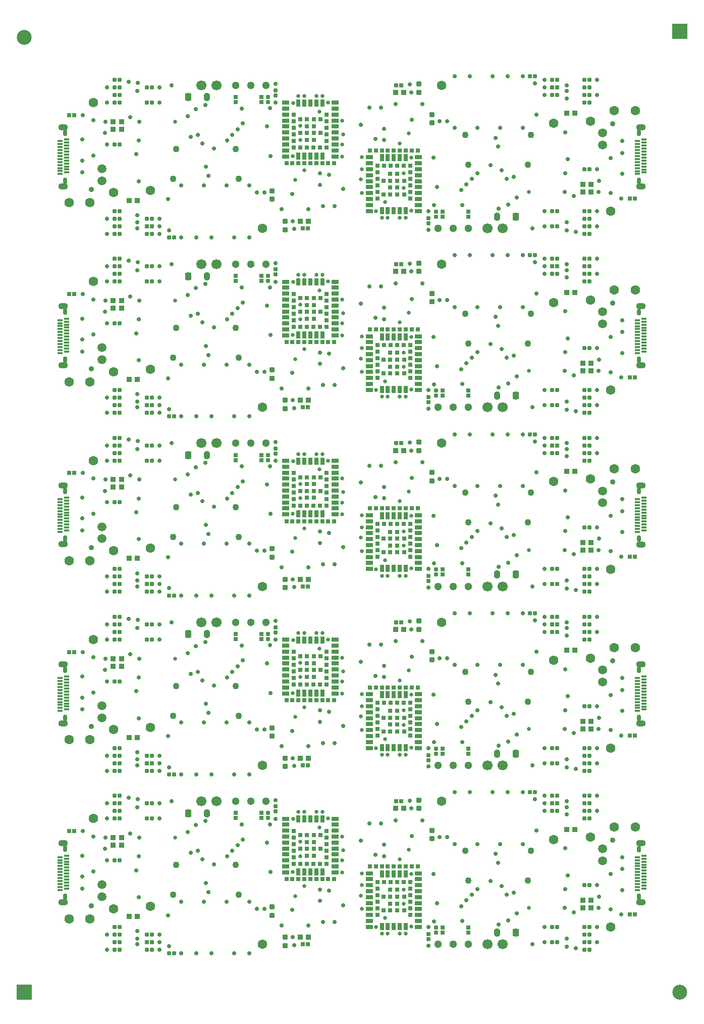
<source format=gbs>
G04*
G04 #@! TF.GenerationSoftware,Altium Limited,Altium Designer,21.6.4 (81)*
G04*
G04 Layer_Color=16711935*
%FSLAX43Y43*%
%MOMM*%
G71*
G04*
G04 #@! TF.SameCoordinates,07C235E3-D0D3-4C9F-B76D-DFC27EE1DA73*
G04*
G04*
G04 #@! TF.FilePolarity,Negative*
G04*
G01*
G75*
%ADD11R,0.800X0.800*%
%ADD34C,1.500*%
%ADD37C,1.600*%
%ADD52C,1.700*%
%ADD81C,2.500*%
%ADD82R,2.500X2.500*%
%ADD83C,1.100*%
G04:AMPARAMS|DCode=84|XSize=1.1mm|YSize=1.3mm|CornerRadius=0mm|HoleSize=0mm|Usage=FLASHONLY|Rotation=0.000|XOffset=0mm|YOffset=0mm|HoleType=Round|Shape=Octagon|*
%AMOCTAGOND84*
4,1,8,-0.275,0.650,0.275,0.650,0.550,0.375,0.550,-0.375,0.275,-0.650,-0.275,-0.650,-0.550,-0.375,-0.550,0.375,-0.275,0.650,0.0*
%
%ADD84OCTAGOND84*%

G04:AMPARAMS|DCode=85|XSize=1.1mm|YSize=1.3mm|CornerRadius=0.3mm|HoleSize=0mm|Usage=FLASHONLY|Rotation=0.000|XOffset=0mm|YOffset=0mm|HoleType=Round|Shape=RoundedRectangle|*
%AMROUNDEDRECTD85*
21,1,1.100,0.700,0,0,0.0*
21,1,0.500,1.300,0,0,0.0*
1,1,0.600,0.250,-0.350*
1,1,0.600,-0.250,-0.350*
1,1,0.600,-0.250,0.350*
1,1,0.600,0.250,0.350*
%
%ADD85ROUNDEDRECTD85*%
G04:AMPARAMS|DCode=89|XSize=0.85mm|YSize=0.85mm|CornerRadius=0.125mm|HoleSize=0mm|Usage=FLASHONLY|Rotation=270.000|XOffset=0mm|YOffset=0mm|HoleType=Round|Shape=RoundedRectangle|*
%AMROUNDEDRECTD89*
21,1,0.850,0.600,0,0,270.0*
21,1,0.600,0.850,0,0,270.0*
1,1,0.250,-0.300,-0.300*
1,1,0.250,-0.300,0.300*
1,1,0.250,0.300,0.300*
1,1,0.250,0.300,-0.300*
%
%ADD89ROUNDEDRECTD89*%
%ADD90R,0.650X0.650*%
G04:AMPARAMS|DCode=94|XSize=0.65mm|YSize=0.65mm|CornerRadius=0.105mm|HoleSize=0mm|Usage=FLASHONLY|Rotation=90.000|XOffset=0mm|YOffset=0mm|HoleType=Round|Shape=RoundedRectangle|*
%AMROUNDEDRECTD94*
21,1,0.650,0.440,0,0,90.0*
21,1,0.440,0.650,0,0,90.0*
1,1,0.210,0.220,0.220*
1,1,0.210,0.220,-0.220*
1,1,0.210,-0.220,-0.220*
1,1,0.210,-0.220,0.220*
%
%ADD94ROUNDEDRECTD94*%
%ADD95R,0.850X0.900*%
%ADD100O,1.600X1.100*%
%ADD101O,0.700X1.100*%
%ADD102C,0.900*%
%ADD103C,1.300*%
%ADD104C,0.100*%
%ADD105C,0.650*%
%ADD106C,0.700*%
%ADD107R,0.950X0.370*%
%ADD108R,1.250X0.800*%
%ADD109R,0.800X1.250*%
%ADD110R,0.800X0.800*%
%ADD111R,0.650X0.650*%
G04:AMPARAMS|DCode=112|XSize=0.65mm|YSize=0.65mm|CornerRadius=0.105mm|HoleSize=0mm|Usage=FLASHONLY|Rotation=0.000|XOffset=0mm|YOffset=0mm|HoleType=Round|Shape=RoundedRectangle|*
%AMROUNDEDRECTD112*
21,1,0.650,0.440,0,0,0.0*
21,1,0.440,0.650,0,0,0.0*
1,1,0.210,0.220,-0.220*
1,1,0.210,-0.220,-0.220*
1,1,0.210,-0.220,0.220*
1,1,0.210,0.220,0.220*
%
%ADD112ROUNDEDRECTD112*%
G04:AMPARAMS|DCode=113|XSize=1.1mm|YSize=1.3mm|CornerRadius=0.3mm|HoleSize=0mm|Usage=FLASHONLY|Rotation=360.000|XOffset=0mm|YOffset=0mm|HoleType=Round|Shape=RoundedRectangle|*
%AMROUNDEDRECTD113*
21,1,1.100,0.700,0,0,360.0*
21,1,0.500,1.300,0,0,360.0*
1,1,0.600,0.250,-0.350*
1,1,0.600,-0.250,-0.350*
1,1,0.600,-0.250,0.350*
1,1,0.600,0.250,0.350*
%
%ADD113ROUNDEDRECTD113*%
G04:AMPARAMS|DCode=114|XSize=1.1mm|YSize=1.3mm|CornerRadius=0mm|HoleSize=0mm|Usage=FLASHONLY|Rotation=360.000|XOffset=0mm|YOffset=0mm|HoleType=Round|Shape=Octagon|*
%AMOCTAGOND114*
4,1,8,-0.275,0.650,0.275,0.650,0.550,0.375,0.550,-0.375,0.275,-0.650,-0.275,-0.650,-0.550,-0.375,-0.550,0.375,-0.275,0.650,0.0*
%
%ADD114OCTAGOND114*%

G04:AMPARAMS|DCode=115|XSize=0.65mm|YSize=0.65mm|CornerRadius=0.105mm|HoleSize=0mm|Usage=FLASHONLY|Rotation=360.000|XOffset=0mm|YOffset=0mm|HoleType=Round|Shape=RoundedRectangle|*
%AMROUNDEDRECTD115*
21,1,0.650,0.440,0,0,360.0*
21,1,0.440,0.650,0,0,360.0*
1,1,0.210,0.220,-0.220*
1,1,0.210,-0.220,-0.220*
1,1,0.210,-0.220,0.220*
1,1,0.210,0.220,0.220*
%
%ADD115ROUNDEDRECTD115*%
D11*
X51275Y31300D02*
D03*
X52425D02*
D03*
X53575D02*
D03*
X54725D02*
D03*
Y29000D02*
D03*
X53575Y30150D02*
D03*
X52425D02*
D03*
Y27850D02*
D03*
X51275Y29000D02*
D03*
X52425D02*
D03*
X53575D02*
D03*
Y27850D02*
D03*
X51275Y61300D02*
D03*
X52425D02*
D03*
X53575D02*
D03*
X54725D02*
D03*
Y59000D02*
D03*
X53575Y60150D02*
D03*
X52425D02*
D03*
Y57850D02*
D03*
X51275Y59000D02*
D03*
X52425D02*
D03*
X53575D02*
D03*
Y57850D02*
D03*
X68725Y138700D02*
D03*
X67575D02*
D03*
X66425D02*
D03*
X65275D02*
D03*
Y141000D02*
D03*
X66425Y139850D02*
D03*
X67575D02*
D03*
Y142150D02*
D03*
X68725Y141000D02*
D03*
X67575D02*
D03*
X66425D02*
D03*
Y142150D02*
D03*
X68725Y108700D02*
D03*
X67575D02*
D03*
X66425D02*
D03*
X65275D02*
D03*
Y111000D02*
D03*
X66425Y109850D02*
D03*
X67575D02*
D03*
Y112150D02*
D03*
X68725Y111000D02*
D03*
X67575D02*
D03*
X66425D02*
D03*
Y112150D02*
D03*
X68725Y78700D02*
D03*
X67575D02*
D03*
X66425D02*
D03*
X65275D02*
D03*
Y81000D02*
D03*
X66425Y79850D02*
D03*
X67575D02*
D03*
Y82150D02*
D03*
X68725Y81000D02*
D03*
X67575D02*
D03*
X66425D02*
D03*
Y82150D02*
D03*
X68725Y48700D02*
D03*
X67575D02*
D03*
X66425D02*
D03*
X65275D02*
D03*
Y51000D02*
D03*
X66425Y49850D02*
D03*
X67575D02*
D03*
Y52150D02*
D03*
X68725Y51000D02*
D03*
X67575D02*
D03*
X66425D02*
D03*
Y52150D02*
D03*
X68725Y18700D02*
D03*
X67575D02*
D03*
X66425D02*
D03*
X65275D02*
D03*
Y21000D02*
D03*
X66425Y19850D02*
D03*
X67575D02*
D03*
Y22150D02*
D03*
X68725Y21000D02*
D03*
X67575D02*
D03*
X66425D02*
D03*
Y22150D02*
D03*
X51275Y151300D02*
D03*
X52425D02*
D03*
X53575D02*
D03*
X54725D02*
D03*
Y149000D02*
D03*
X53575Y150150D02*
D03*
X52425D02*
D03*
Y147850D02*
D03*
X51275Y149000D02*
D03*
X52425D02*
D03*
X53575D02*
D03*
Y147850D02*
D03*
X51275Y121300D02*
D03*
X52425D02*
D03*
X53575D02*
D03*
X54725D02*
D03*
Y119000D02*
D03*
X53575Y120150D02*
D03*
X52425D02*
D03*
Y117850D02*
D03*
X51275Y119000D02*
D03*
X52425D02*
D03*
X53575D02*
D03*
Y117850D02*
D03*
X51275Y91300D02*
D03*
X52425D02*
D03*
X53575D02*
D03*
X54725D02*
D03*
Y89000D02*
D03*
X53575Y90150D02*
D03*
X52425D02*
D03*
Y87850D02*
D03*
X51275Y89000D02*
D03*
X52425D02*
D03*
X53575D02*
D03*
Y87850D02*
D03*
D34*
X18000Y23000D02*
D03*
Y21000D02*
D03*
Y53000D02*
D03*
Y51000D02*
D03*
X102000Y147000D02*
D03*
Y149000D02*
D03*
Y117000D02*
D03*
Y119000D02*
D03*
Y87000D02*
D03*
Y89000D02*
D03*
Y57000D02*
D03*
Y59000D02*
D03*
Y27000D02*
D03*
Y29000D02*
D03*
X18000Y143000D02*
D03*
Y141000D02*
D03*
Y113000D02*
D03*
Y111000D02*
D03*
Y83000D02*
D03*
Y81000D02*
D03*
D37*
X45000Y13000D02*
D03*
X12500Y17300D02*
D03*
X16000D02*
D03*
X16600Y34100D02*
D03*
X26200Y19400D02*
D03*
X20000Y19000D02*
D03*
X45000Y43000D02*
D03*
X12500Y47300D02*
D03*
X16000D02*
D03*
X16600Y64100D02*
D03*
X26200Y49400D02*
D03*
X20000Y49000D02*
D03*
X75000Y157000D02*
D03*
X107500Y152700D02*
D03*
X104000D02*
D03*
X103400Y135900D02*
D03*
X93800Y150600D02*
D03*
X100000Y151000D02*
D03*
X75000Y127000D02*
D03*
X107500Y122700D02*
D03*
X104000D02*
D03*
X103400Y105900D02*
D03*
X93800Y120600D02*
D03*
X100000Y121000D02*
D03*
X75000Y97000D02*
D03*
X107500Y92700D02*
D03*
X104000D02*
D03*
X103400Y75900D02*
D03*
X93800Y90600D02*
D03*
X100000Y91000D02*
D03*
X75000Y67000D02*
D03*
X107500Y62700D02*
D03*
X104000D02*
D03*
X103400Y45900D02*
D03*
X93800Y60600D02*
D03*
X100000Y61000D02*
D03*
X75000Y37000D02*
D03*
X107500Y32700D02*
D03*
X104000D02*
D03*
X103400Y15900D02*
D03*
X93800Y30600D02*
D03*
X100000Y31000D02*
D03*
X45000Y133000D02*
D03*
X12500Y137300D02*
D03*
X16000D02*
D03*
X16600Y154100D02*
D03*
X26200Y139400D02*
D03*
X20000Y139000D02*
D03*
X45000Y103000D02*
D03*
X12500Y107300D02*
D03*
X16000D02*
D03*
X16600Y124100D02*
D03*
X26200Y109400D02*
D03*
X20000Y109000D02*
D03*
X45000Y73000D02*
D03*
X12500Y77300D02*
D03*
X16000D02*
D03*
X16600Y94100D02*
D03*
X26200Y79400D02*
D03*
X20000Y79000D02*
D03*
D52*
X34730Y37000D02*
D03*
X37270D02*
D03*
X34730Y67000D02*
D03*
X37270D02*
D03*
X85270Y133000D02*
D03*
X82730D02*
D03*
X85270Y103000D02*
D03*
X82730D02*
D03*
X85270Y73000D02*
D03*
X82730D02*
D03*
X85270Y43000D02*
D03*
X82730D02*
D03*
X85270Y13000D02*
D03*
X82730D02*
D03*
X34730Y157000D02*
D03*
X37270D02*
D03*
X34730Y127000D02*
D03*
X37270D02*
D03*
X34730Y97000D02*
D03*
X37270D02*
D03*
D81*
X5000Y165000D02*
D03*
X115000Y5000D02*
D03*
D82*
Y166000D02*
D03*
X5000Y5000D02*
D03*
D83*
X30500Y26300D02*
D03*
X40500D02*
D03*
X41000Y21300D02*
D03*
X30000D02*
D03*
X30500Y56300D02*
D03*
X40500D02*
D03*
X41000Y51300D02*
D03*
X30000D02*
D03*
X89500Y143700D02*
D03*
X79500D02*
D03*
X79000Y148700D02*
D03*
X90000D02*
D03*
X89500Y113700D02*
D03*
X79500D02*
D03*
X79000Y118700D02*
D03*
X90000D02*
D03*
X89500Y83700D02*
D03*
X79500D02*
D03*
X79000Y88700D02*
D03*
X90000D02*
D03*
X89500Y53700D02*
D03*
X79500D02*
D03*
X79000Y58700D02*
D03*
X90000D02*
D03*
X89500Y23700D02*
D03*
X79500D02*
D03*
X79000Y28700D02*
D03*
X90000D02*
D03*
X30500Y146300D02*
D03*
X40500D02*
D03*
X41000Y141300D02*
D03*
X30000D02*
D03*
X30500Y116300D02*
D03*
X40500D02*
D03*
X41000Y111300D02*
D03*
X30000D02*
D03*
X30500Y86300D02*
D03*
X40500D02*
D03*
X41000Y81300D02*
D03*
X30000D02*
D03*
D84*
X35675Y35000D02*
D03*
Y65000D02*
D03*
Y155000D02*
D03*
Y125000D02*
D03*
Y95000D02*
D03*
D85*
X32525Y35000D02*
D03*
Y65000D02*
D03*
Y155000D02*
D03*
Y125000D02*
D03*
Y95000D02*
D03*
D89*
X46600Y17900D02*
D03*
Y19300D02*
D03*
X48800Y14200D02*
D03*
Y12800D02*
D03*
X46600Y47900D02*
D03*
Y49300D02*
D03*
X48800Y44200D02*
D03*
Y42800D02*
D03*
X73400Y152100D02*
D03*
Y150700D02*
D03*
X71200Y155800D02*
D03*
Y157200D02*
D03*
X73400Y122100D02*
D03*
Y120700D02*
D03*
X71200Y125800D02*
D03*
Y127200D02*
D03*
X73400Y92100D02*
D03*
Y90700D02*
D03*
X71200Y95800D02*
D03*
Y97200D02*
D03*
X73400Y62100D02*
D03*
Y60700D02*
D03*
X71200Y65800D02*
D03*
Y67200D02*
D03*
X73400Y32100D02*
D03*
Y30700D02*
D03*
X71200Y35800D02*
D03*
Y37200D02*
D03*
X46600Y137900D02*
D03*
Y139300D02*
D03*
X48800Y134200D02*
D03*
Y132800D02*
D03*
X46600Y107900D02*
D03*
Y109300D02*
D03*
X48800Y104200D02*
D03*
Y102800D02*
D03*
X46600Y77900D02*
D03*
Y79300D02*
D03*
X48800Y74200D02*
D03*
Y72800D02*
D03*
D90*
X44800Y34175D02*
D03*
Y35025D02*
D03*
X40460Y34175D02*
D03*
Y35025D02*
D03*
X44800Y64175D02*
D03*
Y65025D02*
D03*
X40460Y64175D02*
D03*
Y65025D02*
D03*
X75200Y135825D02*
D03*
Y134975D02*
D03*
X79540Y135825D02*
D03*
Y134975D02*
D03*
X75200Y105825D02*
D03*
Y104975D02*
D03*
X79540Y105825D02*
D03*
Y104975D02*
D03*
X75200Y75825D02*
D03*
Y74975D02*
D03*
X79540Y75825D02*
D03*
Y74975D02*
D03*
X75200Y45825D02*
D03*
Y44975D02*
D03*
X79540Y45825D02*
D03*
Y44975D02*
D03*
X75200Y15825D02*
D03*
Y14975D02*
D03*
X79540Y15825D02*
D03*
Y14975D02*
D03*
X44800Y154175D02*
D03*
Y155025D02*
D03*
X40460Y154175D02*
D03*
Y155025D02*
D03*
X44800Y124175D02*
D03*
Y125025D02*
D03*
X40460Y124175D02*
D03*
Y125025D02*
D03*
X44800Y94175D02*
D03*
Y95025D02*
D03*
X40460Y94175D02*
D03*
Y95025D02*
D03*
D94*
X47200Y36125D02*
D03*
Y35275D02*
D03*
X45900Y35025D02*
D03*
Y34175D02*
D03*
X47200Y66125D02*
D03*
Y65275D02*
D03*
X45900Y65025D02*
D03*
Y64175D02*
D03*
X72800Y133875D02*
D03*
Y134725D02*
D03*
X74100Y134975D02*
D03*
Y135825D02*
D03*
X72800Y103875D02*
D03*
Y104725D02*
D03*
X74100Y104975D02*
D03*
Y105825D02*
D03*
X72800Y73875D02*
D03*
Y74725D02*
D03*
X74100Y74975D02*
D03*
Y75825D02*
D03*
X72800Y43875D02*
D03*
Y44725D02*
D03*
X74100Y44975D02*
D03*
Y45825D02*
D03*
X72800Y13875D02*
D03*
Y14725D02*
D03*
X74100Y14975D02*
D03*
Y15825D02*
D03*
X47200Y156125D02*
D03*
Y155275D02*
D03*
X45900Y155025D02*
D03*
Y154175D02*
D03*
X47200Y126125D02*
D03*
Y125275D02*
D03*
X45900Y125025D02*
D03*
Y124175D02*
D03*
X47200Y96125D02*
D03*
Y95275D02*
D03*
X45900Y95025D02*
D03*
Y94175D02*
D03*
D95*
X51300Y14200D02*
D03*
X52700D02*
D03*
X24000Y17700D02*
D03*
X22600D02*
D03*
X19900Y30905D02*
D03*
X21300D02*
D03*
X19900Y29635D02*
D03*
X21300D02*
D03*
X51300Y44200D02*
D03*
X52700D02*
D03*
X24000Y47700D02*
D03*
X22600D02*
D03*
X19900Y60905D02*
D03*
X21300D02*
D03*
X19900Y59635D02*
D03*
X21300D02*
D03*
X68700Y155800D02*
D03*
X67300D02*
D03*
X96000Y152300D02*
D03*
X97400D02*
D03*
X100100Y139095D02*
D03*
X98700D02*
D03*
X100100Y140365D02*
D03*
X98700D02*
D03*
X68700Y125800D02*
D03*
X67300D02*
D03*
X96000Y122300D02*
D03*
X97400D02*
D03*
X100100Y109095D02*
D03*
X98700D02*
D03*
X100100Y110365D02*
D03*
X98700D02*
D03*
X68700Y95800D02*
D03*
X67300D02*
D03*
X96000Y92300D02*
D03*
X97400D02*
D03*
X100100Y79095D02*
D03*
X98700D02*
D03*
X100100Y80365D02*
D03*
X98700D02*
D03*
X68700Y65800D02*
D03*
X67300D02*
D03*
X96000Y62300D02*
D03*
X97400D02*
D03*
X100100Y49095D02*
D03*
X98700D02*
D03*
X100100Y50365D02*
D03*
X98700D02*
D03*
X68700Y35800D02*
D03*
X67300D02*
D03*
X96000Y32300D02*
D03*
X97400D02*
D03*
X100100Y19095D02*
D03*
X98700D02*
D03*
X100100Y20365D02*
D03*
X98700D02*
D03*
X51300Y134200D02*
D03*
X52700D02*
D03*
X24000Y137700D02*
D03*
X22600D02*
D03*
X19900Y150905D02*
D03*
X21300D02*
D03*
X19900Y149635D02*
D03*
X21300D02*
D03*
X51300Y104200D02*
D03*
X52700D02*
D03*
X24000Y107700D02*
D03*
X22600D02*
D03*
X19900Y120905D02*
D03*
X21300D02*
D03*
X19900Y119635D02*
D03*
X21300D02*
D03*
X51300Y74200D02*
D03*
X52700D02*
D03*
X24000Y77700D02*
D03*
X22600D02*
D03*
X19900Y90905D02*
D03*
X21300D02*
D03*
X19900Y89635D02*
D03*
X21300D02*
D03*
D100*
X11525Y20054D02*
D03*
Y29954D02*
D03*
Y50054D02*
D03*
Y59954D02*
D03*
X108475Y149946D02*
D03*
Y140046D02*
D03*
Y119946D02*
D03*
Y110046D02*
D03*
Y89946D02*
D03*
Y80046D02*
D03*
Y59946D02*
D03*
Y50046D02*
D03*
Y29946D02*
D03*
Y20046D02*
D03*
X11525Y140054D02*
D03*
Y149954D02*
D03*
Y110054D02*
D03*
Y119954D02*
D03*
Y80054D02*
D03*
Y89954D02*
D03*
D101*
X11855Y21004D02*
D03*
Y29004D02*
D03*
Y51004D02*
D03*
Y59004D02*
D03*
X108145Y148996D02*
D03*
Y140996D02*
D03*
Y118996D02*
D03*
Y110996D02*
D03*
Y88996D02*
D03*
Y80996D02*
D03*
Y58996D02*
D03*
Y50996D02*
D03*
Y28996D02*
D03*
Y20996D02*
D03*
X11855Y141004D02*
D03*
Y149004D02*
D03*
Y111004D02*
D03*
Y119004D02*
D03*
Y81004D02*
D03*
Y89004D02*
D03*
D102*
X16300Y19500D02*
D03*
Y49500D02*
D03*
X103700Y150500D02*
D03*
Y120500D02*
D03*
Y90500D02*
D03*
Y60500D02*
D03*
Y30500D02*
D03*
X16300Y139500D02*
D03*
Y109500D02*
D03*
Y79500D02*
D03*
D103*
X40460Y37000D02*
D03*
X43000D02*
D03*
X45540D02*
D03*
X40460Y67000D02*
D03*
X43000D02*
D03*
X45540D02*
D03*
X79540Y133000D02*
D03*
X77000D02*
D03*
X74460D02*
D03*
X79540Y103000D02*
D03*
X77000D02*
D03*
X74460D02*
D03*
X79540Y73000D02*
D03*
X77000D02*
D03*
X74460D02*
D03*
X79540Y43000D02*
D03*
X77000D02*
D03*
X74460D02*
D03*
X79540Y13000D02*
D03*
X77000D02*
D03*
X74460D02*
D03*
X40460Y157000D02*
D03*
X43000D02*
D03*
X45540D02*
D03*
X40460Y127000D02*
D03*
X43000D02*
D03*
X45540D02*
D03*
X40460Y97000D02*
D03*
X43000D02*
D03*
X45540D02*
D03*
D104*
X56000Y14000D02*
D03*
X14000D02*
D03*
Y36000D02*
D03*
X56000Y44000D02*
D03*
X14000D02*
D03*
Y66000D02*
D03*
X64000Y156000D02*
D03*
X106000D02*
D03*
Y134000D02*
D03*
X64000Y126000D02*
D03*
X106000D02*
D03*
Y104000D02*
D03*
X64000Y96000D02*
D03*
X106000D02*
D03*
Y74000D02*
D03*
X64000Y66000D02*
D03*
X106000D02*
D03*
Y44000D02*
D03*
X64000Y36000D02*
D03*
X106000D02*
D03*
Y14000D02*
D03*
X56000Y134000D02*
D03*
X14000D02*
D03*
Y156000D02*
D03*
X56000Y104000D02*
D03*
X14000D02*
D03*
Y126000D02*
D03*
X56000Y74000D02*
D03*
X14000D02*
D03*
Y96000D02*
D03*
D105*
X30300Y30900D02*
D03*
X56000Y34100D02*
D03*
X50100Y34000D02*
D03*
X52000Y35200D02*
D03*
X54000D02*
D03*
X50050Y25150D02*
D03*
X51300Y27800D02*
D03*
X58500Y28800D02*
D03*
X58325Y27075D02*
D03*
X50500Y21100D02*
D03*
X58325Y25075D02*
D03*
X52000Y22750D02*
D03*
X58325Y31075D02*
D03*
X51000Y35200D02*
D03*
X55000D02*
D03*
X54500Y32600D02*
D03*
X51300Y30200D02*
D03*
X30300Y60900D02*
D03*
X56000Y64100D02*
D03*
X50100Y64000D02*
D03*
X52000Y65200D02*
D03*
X54000D02*
D03*
X50050Y55150D02*
D03*
X51300Y57800D02*
D03*
X58500Y58800D02*
D03*
X58325Y57075D02*
D03*
X50500Y51100D02*
D03*
X58325Y55075D02*
D03*
X52000Y52750D02*
D03*
X58325Y61075D02*
D03*
X51000Y65200D02*
D03*
X55000D02*
D03*
X54500Y62600D02*
D03*
X51300Y60200D02*
D03*
X89700Y139100D02*
D03*
X64000Y135900D02*
D03*
X69900Y136000D02*
D03*
X68000Y134800D02*
D03*
X66000D02*
D03*
X69950Y144850D02*
D03*
X68700Y142200D02*
D03*
X61500Y141200D02*
D03*
X61675Y142925D02*
D03*
X69500Y148900D02*
D03*
X61675Y144925D02*
D03*
X68000Y147250D02*
D03*
X61675Y138925D02*
D03*
X69000Y134800D02*
D03*
X65000D02*
D03*
X65500Y137400D02*
D03*
X68700Y139800D02*
D03*
X89700Y109100D02*
D03*
X64000Y105900D02*
D03*
X69900Y106000D02*
D03*
X68000Y104800D02*
D03*
X66000D02*
D03*
X69950Y114850D02*
D03*
X68700Y112200D02*
D03*
X61500Y111200D02*
D03*
X61675Y112925D02*
D03*
X69500Y118900D02*
D03*
X61675Y114925D02*
D03*
X68000Y117250D02*
D03*
X61675Y108925D02*
D03*
X69000Y104800D02*
D03*
X65000D02*
D03*
X65500Y107400D02*
D03*
X68700Y109800D02*
D03*
X89700Y79100D02*
D03*
X64000Y75900D02*
D03*
X69900Y76000D02*
D03*
X68000Y74800D02*
D03*
X66000D02*
D03*
X69950Y84850D02*
D03*
X68700Y82200D02*
D03*
X61500Y81200D02*
D03*
X61675Y82925D02*
D03*
X69500Y88900D02*
D03*
X61675Y84925D02*
D03*
X68000Y87250D02*
D03*
X61675Y78925D02*
D03*
X69000Y74800D02*
D03*
X65000D02*
D03*
X65500Y77400D02*
D03*
X68700Y79800D02*
D03*
X89700Y49100D02*
D03*
X64000Y45900D02*
D03*
X69900Y46000D02*
D03*
X68000Y44800D02*
D03*
X66000D02*
D03*
X69950Y54850D02*
D03*
X68700Y52200D02*
D03*
X61500Y51200D02*
D03*
X61675Y52925D02*
D03*
X69500Y58900D02*
D03*
X61675Y54925D02*
D03*
X68000Y57250D02*
D03*
X61675Y48925D02*
D03*
X69000Y44800D02*
D03*
X65000D02*
D03*
X65500Y47400D02*
D03*
X68700Y49800D02*
D03*
X89700Y19100D02*
D03*
X64000Y15900D02*
D03*
X69900Y16000D02*
D03*
X68000Y14800D02*
D03*
X66000D02*
D03*
X69950Y24850D02*
D03*
X68700Y22200D02*
D03*
X61500Y21200D02*
D03*
X61675Y22925D02*
D03*
X69500Y28900D02*
D03*
X61675Y24925D02*
D03*
X68000Y27250D02*
D03*
X61675Y18925D02*
D03*
X69000Y14800D02*
D03*
X65000D02*
D03*
X65500Y17400D02*
D03*
X68700Y19800D02*
D03*
X30300Y150900D02*
D03*
X56000Y154100D02*
D03*
X50100Y154000D02*
D03*
X52000Y155200D02*
D03*
X54000D02*
D03*
X50050Y145150D02*
D03*
X51300Y147800D02*
D03*
X58500Y148800D02*
D03*
X58325Y147075D02*
D03*
X50500Y141100D02*
D03*
X58325Y145075D02*
D03*
X52000Y142750D02*
D03*
X58325Y151075D02*
D03*
X51000Y155200D02*
D03*
X55000D02*
D03*
X54500Y152600D02*
D03*
X51300Y150200D02*
D03*
X30300Y120900D02*
D03*
X56000Y124100D02*
D03*
X50100Y124000D02*
D03*
X52000Y125200D02*
D03*
X54000D02*
D03*
X50050Y115150D02*
D03*
X51300Y117800D02*
D03*
X58500Y118800D02*
D03*
X58325Y117075D02*
D03*
X50500Y111100D02*
D03*
X58325Y115075D02*
D03*
X52000Y112750D02*
D03*
X58325Y121075D02*
D03*
X51000Y125200D02*
D03*
X55000D02*
D03*
X54500Y122600D02*
D03*
X51300Y120200D02*
D03*
X30300Y90900D02*
D03*
X56000Y94100D02*
D03*
X50100Y94000D02*
D03*
X52000Y95200D02*
D03*
X54000D02*
D03*
X50050Y85150D02*
D03*
X51300Y87800D02*
D03*
X58500Y88800D02*
D03*
X58325Y87075D02*
D03*
X50500Y81100D02*
D03*
X58325Y85075D02*
D03*
X52000Y82750D02*
D03*
X58325Y91075D02*
D03*
X51000Y95200D02*
D03*
X55000D02*
D03*
X54500Y92600D02*
D03*
X51300Y90200D02*
D03*
D106*
X22500Y37600D02*
D03*
X24019Y37369D02*
D03*
X24000Y13000D02*
D03*
Y15200D02*
D03*
X35400Y33700D02*
D03*
X33800Y33000D02*
D03*
X34100Y28685D02*
D03*
X39000Y27735D02*
D03*
X32400Y31800D02*
D03*
X50000Y18800D02*
D03*
X29100Y17900D02*
D03*
X29700Y37000D02*
D03*
X35900Y21800D02*
D03*
X47200Y37200D02*
D03*
X54600Y22200D02*
D03*
X50050Y14200D02*
D03*
X50287Y12900D02*
D03*
X58500Y19600D02*
D03*
X22800Y31600D02*
D03*
X23800Y25425D02*
D03*
X16600Y31100D02*
D03*
X14800Y32000D02*
D03*
X16600Y25200D02*
D03*
X14700Y24379D02*
D03*
Y27879D02*
D03*
Y22379D02*
D03*
X18550Y29000D02*
D03*
X56100Y22000D02*
D03*
X54600Y20300D02*
D03*
X35500Y23300D02*
D03*
X34900Y27250D02*
D03*
X27700Y34095D02*
D03*
X24000Y36000D02*
D03*
X46300Y25150D02*
D03*
X57050Y16750D02*
D03*
X55150D02*
D03*
X35130Y20170D02*
D03*
X31320D02*
D03*
X41500Y33100D02*
D03*
X46275Y33125D02*
D03*
X45290Y19000D02*
D03*
X44020D02*
D03*
X38940Y20170D02*
D03*
X42750D02*
D03*
X45700Y30075D02*
D03*
X47175Y34075D02*
D03*
X39900Y28685D02*
D03*
X40800Y29635D02*
D03*
X41700Y30585D02*
D03*
X27700Y13365D02*
D03*
X36800Y26400D02*
D03*
X48200Y16200D02*
D03*
X18900Y27095D02*
D03*
X29275Y12695D02*
D03*
X24200Y27730D02*
D03*
X24300Y30905D02*
D03*
X31320Y11500D02*
D03*
X33860D02*
D03*
X36400D02*
D03*
X40210D02*
D03*
X42750D02*
D03*
X52700Y16200D02*
D03*
X32900Y28365D02*
D03*
X24250Y20900D02*
D03*
X18625Y30905D02*
D03*
X24000Y14000D02*
D03*
X18900Y14635D02*
D03*
Y12095D02*
D03*
X27700D02*
D03*
Y14635D02*
D03*
X18900Y34095D02*
D03*
Y36635D02*
D03*
X27700D02*
D03*
X22500Y67600D02*
D03*
X24019Y67369D02*
D03*
X24000Y43000D02*
D03*
Y45200D02*
D03*
X35400Y63700D02*
D03*
X33800Y63000D02*
D03*
X34100Y58685D02*
D03*
X39000Y57735D02*
D03*
X32400Y61800D02*
D03*
X50000Y48800D02*
D03*
X29100Y47900D02*
D03*
X29700Y67000D02*
D03*
X35900Y51800D02*
D03*
X47200Y67200D02*
D03*
X54600Y52200D02*
D03*
X50050Y44200D02*
D03*
X50287Y42900D02*
D03*
X58500Y49600D02*
D03*
X22800Y61600D02*
D03*
X23800Y55425D02*
D03*
X16600Y61100D02*
D03*
X14800Y62000D02*
D03*
X16600Y55200D02*
D03*
X14700Y54379D02*
D03*
Y57879D02*
D03*
Y52379D02*
D03*
X18550Y59000D02*
D03*
X56100Y52000D02*
D03*
X54600Y50300D02*
D03*
X35500Y53300D02*
D03*
X34900Y57250D02*
D03*
X27700Y64095D02*
D03*
X24000Y66000D02*
D03*
X46300Y55150D02*
D03*
X57050Y46750D02*
D03*
X55150D02*
D03*
X35130Y50170D02*
D03*
X31320D02*
D03*
X41500Y63100D02*
D03*
X46275Y63125D02*
D03*
X45290Y49000D02*
D03*
X44020D02*
D03*
X38940Y50170D02*
D03*
X42750D02*
D03*
X45700Y60075D02*
D03*
X47175Y64075D02*
D03*
X39900Y58685D02*
D03*
X40800Y59635D02*
D03*
X41700Y60585D02*
D03*
X27700Y43365D02*
D03*
X36800Y56400D02*
D03*
X48200Y46200D02*
D03*
X18900Y57095D02*
D03*
X29275Y42695D02*
D03*
X24200Y57730D02*
D03*
X24300Y60905D02*
D03*
X31320Y41500D02*
D03*
X33860D02*
D03*
X36400D02*
D03*
X40210D02*
D03*
X42750D02*
D03*
X52700Y46200D02*
D03*
X32900Y58365D02*
D03*
X24250Y50900D02*
D03*
X18625Y60905D02*
D03*
X24000Y44000D02*
D03*
X18900Y44635D02*
D03*
Y42095D02*
D03*
X27700D02*
D03*
Y44635D02*
D03*
X18900Y64095D02*
D03*
Y66635D02*
D03*
X27700D02*
D03*
X97500Y132400D02*
D03*
X95981Y132631D02*
D03*
X96000Y157000D02*
D03*
Y154800D02*
D03*
X84600Y136300D02*
D03*
X86200Y137000D02*
D03*
X85900Y141315D02*
D03*
X81000Y142265D02*
D03*
X87600Y138200D02*
D03*
X70000Y151200D02*
D03*
X90900Y152100D02*
D03*
X90300Y133000D02*
D03*
X84100Y148200D02*
D03*
X72800Y132800D02*
D03*
X65400Y147800D02*
D03*
X69950Y155800D02*
D03*
X69713Y157100D02*
D03*
X61500Y150400D02*
D03*
X97200Y138400D02*
D03*
X96200Y144575D02*
D03*
X103400Y138900D02*
D03*
X105200Y138000D02*
D03*
X103400Y144800D02*
D03*
X105300Y145621D02*
D03*
Y142121D02*
D03*
Y147621D02*
D03*
X101450Y141000D02*
D03*
X63900Y148000D02*
D03*
X65400Y149700D02*
D03*
X84500Y146700D02*
D03*
X85100Y142750D02*
D03*
X92300Y135905D02*
D03*
X96000Y134000D02*
D03*
X73700Y144850D02*
D03*
X62950Y153250D02*
D03*
X64850D02*
D03*
X84870Y149830D02*
D03*
X88680D02*
D03*
X78500Y136900D02*
D03*
X73725Y136875D02*
D03*
X74710Y151000D02*
D03*
X75980D02*
D03*
X81060Y149830D02*
D03*
X77250D02*
D03*
X74300Y139925D02*
D03*
X72825Y135925D02*
D03*
X80100Y141315D02*
D03*
X79200Y140365D02*
D03*
X78300Y139415D02*
D03*
X92300Y156635D02*
D03*
X83200Y143600D02*
D03*
X71800Y153800D02*
D03*
X101100Y142905D02*
D03*
X90725Y157305D02*
D03*
X95800Y142270D02*
D03*
X95700Y139095D02*
D03*
X88680Y158500D02*
D03*
X86140D02*
D03*
X83600D02*
D03*
X79790D02*
D03*
X77250D02*
D03*
X67300Y153800D02*
D03*
X87100Y141635D02*
D03*
X95750Y149100D02*
D03*
X101375Y139095D02*
D03*
X96000Y156000D02*
D03*
X101100Y155365D02*
D03*
Y157905D02*
D03*
X92300D02*
D03*
Y155365D02*
D03*
X101100Y135905D02*
D03*
Y133365D02*
D03*
X92300D02*
D03*
X97500Y102400D02*
D03*
X95981Y102631D02*
D03*
X96000Y127000D02*
D03*
Y124800D02*
D03*
X84600Y106300D02*
D03*
X86200Y107000D02*
D03*
X85900Y111315D02*
D03*
X81000Y112265D02*
D03*
X87600Y108200D02*
D03*
X70000Y121200D02*
D03*
X90900Y122100D02*
D03*
X90300Y103000D02*
D03*
X84100Y118200D02*
D03*
X72800Y102800D02*
D03*
X65400Y117800D02*
D03*
X69950Y125800D02*
D03*
X69713Y127100D02*
D03*
X61500Y120400D02*
D03*
X97200Y108400D02*
D03*
X96200Y114575D02*
D03*
X103400Y108900D02*
D03*
X105200Y108000D02*
D03*
X103400Y114800D02*
D03*
X105300Y115621D02*
D03*
Y112121D02*
D03*
Y117621D02*
D03*
X101450Y111000D02*
D03*
X63900Y118000D02*
D03*
X65400Y119700D02*
D03*
X84500Y116700D02*
D03*
X85100Y112750D02*
D03*
X92300Y105905D02*
D03*
X96000Y104000D02*
D03*
X73700Y114850D02*
D03*
X62950Y123250D02*
D03*
X64850D02*
D03*
X84870Y119830D02*
D03*
X88680D02*
D03*
X78500Y106900D02*
D03*
X73725Y106875D02*
D03*
X74710Y121000D02*
D03*
X75980D02*
D03*
X81060Y119830D02*
D03*
X77250D02*
D03*
X74300Y109925D02*
D03*
X72825Y105925D02*
D03*
X80100Y111315D02*
D03*
X79200Y110365D02*
D03*
X78300Y109415D02*
D03*
X92300Y126635D02*
D03*
X83200Y113600D02*
D03*
X71800Y123800D02*
D03*
X101100Y112905D02*
D03*
X90725Y127305D02*
D03*
X95800Y112270D02*
D03*
X95700Y109095D02*
D03*
X88680Y128500D02*
D03*
X86140D02*
D03*
X83600D02*
D03*
X79790D02*
D03*
X77250D02*
D03*
X67300Y123800D02*
D03*
X87100Y111635D02*
D03*
X95750Y119100D02*
D03*
X101375Y109095D02*
D03*
X96000Y126000D02*
D03*
X101100Y125365D02*
D03*
Y127905D02*
D03*
X92300D02*
D03*
Y125365D02*
D03*
X101100Y105905D02*
D03*
Y103365D02*
D03*
X92300D02*
D03*
X97500Y72400D02*
D03*
X95981Y72631D02*
D03*
X96000Y97000D02*
D03*
Y94800D02*
D03*
X84600Y76300D02*
D03*
X86200Y77000D02*
D03*
X85900Y81315D02*
D03*
X81000Y82265D02*
D03*
X87600Y78200D02*
D03*
X70000Y91200D02*
D03*
X90900Y92100D02*
D03*
X90300Y73000D02*
D03*
X84100Y88200D02*
D03*
X72800Y72800D02*
D03*
X65400Y87800D02*
D03*
X69950Y95800D02*
D03*
X69713Y97100D02*
D03*
X61500Y90400D02*
D03*
X97200Y78400D02*
D03*
X96200Y84575D02*
D03*
X103400Y78900D02*
D03*
X105200Y78000D02*
D03*
X103400Y84800D02*
D03*
X105300Y85621D02*
D03*
Y82121D02*
D03*
Y87621D02*
D03*
X101450Y81000D02*
D03*
X63900Y88000D02*
D03*
X65400Y89700D02*
D03*
X84500Y86700D02*
D03*
X85100Y82750D02*
D03*
X92300Y75905D02*
D03*
X96000Y74000D02*
D03*
X73700Y84850D02*
D03*
X62950Y93250D02*
D03*
X64850D02*
D03*
X84870Y89830D02*
D03*
X88680D02*
D03*
X78500Y76900D02*
D03*
X73725Y76875D02*
D03*
X74710Y91000D02*
D03*
X75980D02*
D03*
X81060Y89830D02*
D03*
X77250D02*
D03*
X74300Y79925D02*
D03*
X72825Y75925D02*
D03*
X80100Y81315D02*
D03*
X79200Y80365D02*
D03*
X78300Y79415D02*
D03*
X92300Y96635D02*
D03*
X83200Y83600D02*
D03*
X71800Y93800D02*
D03*
X101100Y82905D02*
D03*
X90725Y97305D02*
D03*
X95800Y82270D02*
D03*
X95700Y79095D02*
D03*
X88680Y98500D02*
D03*
X86140D02*
D03*
X83600D02*
D03*
X79790D02*
D03*
X77250D02*
D03*
X67300Y93800D02*
D03*
X87100Y81635D02*
D03*
X95750Y89100D02*
D03*
X101375Y79095D02*
D03*
X96000Y96000D02*
D03*
X101100Y95365D02*
D03*
Y97905D02*
D03*
X92300D02*
D03*
Y95365D02*
D03*
X101100Y75905D02*
D03*
Y73365D02*
D03*
X92300D02*
D03*
X97500Y42400D02*
D03*
X95981Y42631D02*
D03*
X96000Y67000D02*
D03*
Y64800D02*
D03*
X84600Y46300D02*
D03*
X86200Y47000D02*
D03*
X85900Y51315D02*
D03*
X81000Y52265D02*
D03*
X87600Y48200D02*
D03*
X70000Y61200D02*
D03*
X90900Y62100D02*
D03*
X90300Y43000D02*
D03*
X84100Y58200D02*
D03*
X72800Y42800D02*
D03*
X65400Y57800D02*
D03*
X69950Y65800D02*
D03*
X69713Y67100D02*
D03*
X61500Y60400D02*
D03*
X97200Y48400D02*
D03*
X96200Y54575D02*
D03*
X103400Y48900D02*
D03*
X105200Y48000D02*
D03*
X103400Y54800D02*
D03*
X105300Y55621D02*
D03*
Y52121D02*
D03*
Y57621D02*
D03*
X101450Y51000D02*
D03*
X63900Y58000D02*
D03*
X65400Y59700D02*
D03*
X84500Y56700D02*
D03*
X85100Y52750D02*
D03*
X92300Y45905D02*
D03*
X96000Y44000D02*
D03*
X73700Y54850D02*
D03*
X62950Y63250D02*
D03*
X64850D02*
D03*
X84870Y59830D02*
D03*
X88680D02*
D03*
X78500Y46900D02*
D03*
X73725Y46875D02*
D03*
X74710Y61000D02*
D03*
X75980D02*
D03*
X81060Y59830D02*
D03*
X77250D02*
D03*
X74300Y49925D02*
D03*
X72825Y45925D02*
D03*
X80100Y51315D02*
D03*
X79200Y50365D02*
D03*
X78300Y49415D02*
D03*
X92300Y66635D02*
D03*
X83200Y53600D02*
D03*
X71800Y63800D02*
D03*
X101100Y52905D02*
D03*
X90725Y67305D02*
D03*
X95800Y52270D02*
D03*
X95700Y49095D02*
D03*
X88680Y68500D02*
D03*
X86140D02*
D03*
X83600D02*
D03*
X79790D02*
D03*
X77250D02*
D03*
X67300Y63800D02*
D03*
X87100Y51635D02*
D03*
X95750Y59100D02*
D03*
X101375Y49095D02*
D03*
X96000Y66000D02*
D03*
X101100Y65365D02*
D03*
Y67905D02*
D03*
X92300D02*
D03*
Y65365D02*
D03*
X101100Y45905D02*
D03*
Y43365D02*
D03*
X92300D02*
D03*
X97500Y12400D02*
D03*
X95981Y12631D02*
D03*
X96000Y37000D02*
D03*
Y34800D02*
D03*
X84600Y16300D02*
D03*
X86200Y17000D02*
D03*
X85900Y21315D02*
D03*
X81000Y22265D02*
D03*
X87600Y18200D02*
D03*
X70000Y31200D02*
D03*
X90900Y32100D02*
D03*
X90300Y13000D02*
D03*
X84100Y28200D02*
D03*
X72800Y12800D02*
D03*
X65400Y27800D02*
D03*
X69950Y35800D02*
D03*
X69713Y37100D02*
D03*
X61500Y30400D02*
D03*
X97200Y18400D02*
D03*
X96200Y24575D02*
D03*
X103400Y18900D02*
D03*
X105200Y18000D02*
D03*
X103400Y24800D02*
D03*
X105300Y25621D02*
D03*
Y22121D02*
D03*
Y27621D02*
D03*
X101450Y21000D02*
D03*
X63900Y28000D02*
D03*
X65400Y29700D02*
D03*
X84500Y26700D02*
D03*
X85100Y22750D02*
D03*
X92300Y15905D02*
D03*
X96000Y14000D02*
D03*
X73700Y24850D02*
D03*
X62950Y33250D02*
D03*
X64850D02*
D03*
X84870Y29830D02*
D03*
X88680D02*
D03*
X78500Y16900D02*
D03*
X73725Y16875D02*
D03*
X74710Y31000D02*
D03*
X75980D02*
D03*
X81060Y29830D02*
D03*
X77250D02*
D03*
X74300Y19925D02*
D03*
X72825Y15925D02*
D03*
X80100Y21315D02*
D03*
X79200Y20365D02*
D03*
X78300Y19415D02*
D03*
X92300Y36635D02*
D03*
X83200Y23600D02*
D03*
X71800Y33800D02*
D03*
X101100Y22905D02*
D03*
X90725Y37305D02*
D03*
X95800Y22270D02*
D03*
X95700Y19095D02*
D03*
X88680Y38500D02*
D03*
X86140D02*
D03*
X83600D02*
D03*
X79790D02*
D03*
X77250D02*
D03*
X67300Y33800D02*
D03*
X87100Y21635D02*
D03*
X95750Y29100D02*
D03*
X101375Y19095D02*
D03*
X96000Y36000D02*
D03*
X101100Y35365D02*
D03*
Y37905D02*
D03*
X92300D02*
D03*
Y35365D02*
D03*
X101100Y15905D02*
D03*
Y13365D02*
D03*
X92300D02*
D03*
X22500Y157600D02*
D03*
X24019Y157369D02*
D03*
X24000Y133000D02*
D03*
Y135200D02*
D03*
X35400Y153700D02*
D03*
X33800Y153000D02*
D03*
X34100Y148685D02*
D03*
X39000Y147735D02*
D03*
X32400Y151800D02*
D03*
X50000Y138800D02*
D03*
X29100Y137900D02*
D03*
X29700Y157000D02*
D03*
X35900Y141800D02*
D03*
X47200Y157200D02*
D03*
X54600Y142200D02*
D03*
X50050Y134200D02*
D03*
X50287Y132900D02*
D03*
X58500Y139600D02*
D03*
X22800Y151600D02*
D03*
X23800Y145425D02*
D03*
X16600Y151100D02*
D03*
X14800Y152000D02*
D03*
X16600Y145200D02*
D03*
X14700Y144379D02*
D03*
Y147879D02*
D03*
Y142379D02*
D03*
X18550Y149000D02*
D03*
X56100Y142000D02*
D03*
X54600Y140300D02*
D03*
X35500Y143300D02*
D03*
X34900Y147250D02*
D03*
X27700Y154095D02*
D03*
X24000Y156000D02*
D03*
X46300Y145150D02*
D03*
X57050Y136750D02*
D03*
X55150D02*
D03*
X35130Y140170D02*
D03*
X31320D02*
D03*
X41500Y153100D02*
D03*
X46275Y153125D02*
D03*
X45290Y139000D02*
D03*
X44020D02*
D03*
X38940Y140170D02*
D03*
X42750D02*
D03*
X45700Y150075D02*
D03*
X47175Y154075D02*
D03*
X39900Y148685D02*
D03*
X40800Y149635D02*
D03*
X41700Y150585D02*
D03*
X27700Y133365D02*
D03*
X36800Y146400D02*
D03*
X48200Y136200D02*
D03*
X18900Y147095D02*
D03*
X29275Y132695D02*
D03*
X24200Y147730D02*
D03*
X24300Y150905D02*
D03*
X31320Y131500D02*
D03*
X33860D02*
D03*
X36400D02*
D03*
X40210D02*
D03*
X42750D02*
D03*
X52700Y136200D02*
D03*
X32900Y148365D02*
D03*
X24250Y140900D02*
D03*
X18625Y150905D02*
D03*
X24000Y134000D02*
D03*
X18900Y134635D02*
D03*
Y132095D02*
D03*
X27700D02*
D03*
Y134635D02*
D03*
X18900Y154095D02*
D03*
Y156635D02*
D03*
X27700D02*
D03*
X22500Y127600D02*
D03*
X24019Y127369D02*
D03*
X24000Y103000D02*
D03*
Y105200D02*
D03*
X35400Y123700D02*
D03*
X33800Y123000D02*
D03*
X34100Y118685D02*
D03*
X39000Y117735D02*
D03*
X32400Y121800D02*
D03*
X50000Y108800D02*
D03*
X29100Y107900D02*
D03*
X29700Y127000D02*
D03*
X35900Y111800D02*
D03*
X47200Y127200D02*
D03*
X54600Y112200D02*
D03*
X50050Y104200D02*
D03*
X50287Y102900D02*
D03*
X58500Y109600D02*
D03*
X22800Y121600D02*
D03*
X23800Y115425D02*
D03*
X16600Y121100D02*
D03*
X14800Y122000D02*
D03*
X16600Y115200D02*
D03*
X14700Y114379D02*
D03*
Y117879D02*
D03*
Y112379D02*
D03*
X18550Y119000D02*
D03*
X56100Y112000D02*
D03*
X54600Y110300D02*
D03*
X35500Y113300D02*
D03*
X34900Y117250D02*
D03*
X27700Y124095D02*
D03*
X24000Y126000D02*
D03*
X46300Y115150D02*
D03*
X57050Y106750D02*
D03*
X55150D02*
D03*
X35130Y110170D02*
D03*
X31320D02*
D03*
X41500Y123100D02*
D03*
X46275Y123125D02*
D03*
X45290Y109000D02*
D03*
X44020D02*
D03*
X38940Y110170D02*
D03*
X42750D02*
D03*
X45700Y120075D02*
D03*
X47175Y124075D02*
D03*
X39900Y118685D02*
D03*
X40800Y119635D02*
D03*
X41700Y120585D02*
D03*
X27700Y103365D02*
D03*
X36800Y116400D02*
D03*
X48200Y106200D02*
D03*
X18900Y117095D02*
D03*
X29275Y102695D02*
D03*
X24200Y117730D02*
D03*
X24300Y120905D02*
D03*
X31320Y101500D02*
D03*
X33860D02*
D03*
X36400D02*
D03*
X40210D02*
D03*
X42750D02*
D03*
X52700Y106200D02*
D03*
X32900Y118365D02*
D03*
X24250Y110900D02*
D03*
X18625Y120905D02*
D03*
X24000Y104000D02*
D03*
X18900Y104635D02*
D03*
Y102095D02*
D03*
X27700D02*
D03*
Y104635D02*
D03*
X18900Y124095D02*
D03*
Y126635D02*
D03*
X27700D02*
D03*
X22500Y97600D02*
D03*
X24019Y97369D02*
D03*
X24000Y73000D02*
D03*
Y75200D02*
D03*
X35400Y93700D02*
D03*
X33800Y93000D02*
D03*
X34100Y88685D02*
D03*
X39000Y87735D02*
D03*
X32400Y91800D02*
D03*
X50000Y78800D02*
D03*
X29100Y77900D02*
D03*
X29700Y97000D02*
D03*
X35900Y81800D02*
D03*
X47200Y97200D02*
D03*
X54600Y82200D02*
D03*
X50050Y74200D02*
D03*
X50287Y72900D02*
D03*
X58500Y79600D02*
D03*
X22800Y91600D02*
D03*
X23800Y85425D02*
D03*
X16600Y91100D02*
D03*
X14800Y92000D02*
D03*
X16600Y85200D02*
D03*
X14700Y84379D02*
D03*
Y87879D02*
D03*
Y82379D02*
D03*
X18550Y89000D02*
D03*
X56100Y82000D02*
D03*
X54600Y80300D02*
D03*
X35500Y83300D02*
D03*
X34900Y87250D02*
D03*
X27700Y94095D02*
D03*
X24000Y96000D02*
D03*
X46300Y85150D02*
D03*
X57050Y76750D02*
D03*
X55150D02*
D03*
X35130Y80170D02*
D03*
X31320D02*
D03*
X41500Y93100D02*
D03*
X46275Y93125D02*
D03*
X45290Y79000D02*
D03*
X44020D02*
D03*
X38940Y80170D02*
D03*
X42750D02*
D03*
X45700Y90075D02*
D03*
X47175Y94075D02*
D03*
X39900Y88685D02*
D03*
X40800Y89635D02*
D03*
X41700Y90585D02*
D03*
X27700Y73365D02*
D03*
X36800Y86400D02*
D03*
X48200Y76200D02*
D03*
X18900Y87095D02*
D03*
X29275Y72695D02*
D03*
X24200Y87730D02*
D03*
X24300Y90905D02*
D03*
X31320Y71500D02*
D03*
X33860D02*
D03*
X36400D02*
D03*
X40210D02*
D03*
X42750D02*
D03*
X52700Y76200D02*
D03*
X32900Y88365D02*
D03*
X24250Y80900D02*
D03*
X18625Y90905D02*
D03*
X24000Y74000D02*
D03*
X18900Y74635D02*
D03*
Y72095D02*
D03*
X27700D02*
D03*
Y74635D02*
D03*
X18900Y94095D02*
D03*
Y96635D02*
D03*
X27700D02*
D03*
D107*
X12100Y23879D02*
D03*
Y22379D02*
D03*
Y22879D02*
D03*
Y23379D02*
D03*
Y27879D02*
D03*
Y25379D02*
D03*
Y27379D02*
D03*
Y24379D02*
D03*
Y24879D02*
D03*
Y25879D02*
D03*
Y26379D02*
D03*
Y26879D02*
D03*
X11050Y27629D02*
D03*
Y22129D02*
D03*
Y22629D02*
D03*
Y23129D02*
D03*
Y23629D02*
D03*
Y24129D02*
D03*
Y24629D02*
D03*
Y25129D02*
D03*
Y25629D02*
D03*
Y26129D02*
D03*
Y26629D02*
D03*
Y27129D02*
D03*
X12100Y53879D02*
D03*
Y52379D02*
D03*
Y52879D02*
D03*
Y53379D02*
D03*
Y57879D02*
D03*
Y55379D02*
D03*
Y57379D02*
D03*
Y54379D02*
D03*
Y54879D02*
D03*
Y55879D02*
D03*
Y56379D02*
D03*
Y56879D02*
D03*
X11050Y57629D02*
D03*
Y52129D02*
D03*
Y52629D02*
D03*
Y53129D02*
D03*
Y53629D02*
D03*
Y54129D02*
D03*
Y54629D02*
D03*
Y55129D02*
D03*
Y55629D02*
D03*
Y56129D02*
D03*
Y56629D02*
D03*
Y57129D02*
D03*
X107900Y146121D02*
D03*
Y147621D02*
D03*
Y147121D02*
D03*
Y146621D02*
D03*
Y142121D02*
D03*
Y144621D02*
D03*
Y142621D02*
D03*
Y145621D02*
D03*
Y145121D02*
D03*
Y144121D02*
D03*
Y143621D02*
D03*
Y143121D02*
D03*
X108950Y142371D02*
D03*
Y147871D02*
D03*
Y147371D02*
D03*
Y146871D02*
D03*
Y146371D02*
D03*
Y145871D02*
D03*
Y145371D02*
D03*
Y144871D02*
D03*
Y144371D02*
D03*
Y143871D02*
D03*
Y143371D02*
D03*
Y142871D02*
D03*
X107900Y116121D02*
D03*
Y117621D02*
D03*
Y117121D02*
D03*
Y116621D02*
D03*
Y112121D02*
D03*
Y114621D02*
D03*
Y112621D02*
D03*
Y115621D02*
D03*
Y115121D02*
D03*
Y114121D02*
D03*
Y113621D02*
D03*
Y113121D02*
D03*
X108950Y112371D02*
D03*
Y117871D02*
D03*
Y117371D02*
D03*
Y116871D02*
D03*
Y116371D02*
D03*
Y115871D02*
D03*
Y115371D02*
D03*
Y114871D02*
D03*
Y114371D02*
D03*
Y113871D02*
D03*
Y113371D02*
D03*
Y112871D02*
D03*
X107900Y86121D02*
D03*
Y87621D02*
D03*
Y87121D02*
D03*
Y86621D02*
D03*
Y82121D02*
D03*
Y84621D02*
D03*
Y82621D02*
D03*
Y85621D02*
D03*
Y85121D02*
D03*
Y84121D02*
D03*
Y83621D02*
D03*
Y83121D02*
D03*
X108950Y82371D02*
D03*
Y87871D02*
D03*
Y87371D02*
D03*
Y86871D02*
D03*
Y86371D02*
D03*
Y85871D02*
D03*
Y85371D02*
D03*
Y84871D02*
D03*
Y84371D02*
D03*
Y83871D02*
D03*
Y83371D02*
D03*
Y82871D02*
D03*
X107900Y56121D02*
D03*
Y57621D02*
D03*
Y57121D02*
D03*
Y56621D02*
D03*
Y52121D02*
D03*
Y54621D02*
D03*
Y52621D02*
D03*
Y55621D02*
D03*
Y55121D02*
D03*
Y54121D02*
D03*
Y53621D02*
D03*
Y53121D02*
D03*
X108950Y52371D02*
D03*
Y57871D02*
D03*
Y57371D02*
D03*
Y56871D02*
D03*
Y56371D02*
D03*
Y55871D02*
D03*
Y55371D02*
D03*
Y54871D02*
D03*
Y54371D02*
D03*
Y53871D02*
D03*
Y53371D02*
D03*
Y52871D02*
D03*
X107900Y26121D02*
D03*
Y27621D02*
D03*
Y27121D02*
D03*
Y26621D02*
D03*
Y22121D02*
D03*
Y24621D02*
D03*
Y22621D02*
D03*
Y25621D02*
D03*
Y25121D02*
D03*
Y24121D02*
D03*
Y23621D02*
D03*
Y23121D02*
D03*
X108950Y22371D02*
D03*
Y27871D02*
D03*
Y27371D02*
D03*
Y26871D02*
D03*
Y26371D02*
D03*
Y25871D02*
D03*
Y25371D02*
D03*
Y24871D02*
D03*
Y24371D02*
D03*
Y23871D02*
D03*
Y23371D02*
D03*
Y22871D02*
D03*
X12100Y143879D02*
D03*
Y142379D02*
D03*
Y142879D02*
D03*
Y143379D02*
D03*
Y147879D02*
D03*
Y145379D02*
D03*
Y147379D02*
D03*
Y144379D02*
D03*
Y144879D02*
D03*
Y145879D02*
D03*
Y146379D02*
D03*
Y146879D02*
D03*
X11050Y147629D02*
D03*
Y142129D02*
D03*
Y142629D02*
D03*
Y143129D02*
D03*
Y143629D02*
D03*
Y144129D02*
D03*
Y144629D02*
D03*
Y145129D02*
D03*
Y145629D02*
D03*
Y146129D02*
D03*
Y146629D02*
D03*
Y147129D02*
D03*
X12100Y113879D02*
D03*
Y112379D02*
D03*
Y112879D02*
D03*
Y113379D02*
D03*
Y117879D02*
D03*
Y115379D02*
D03*
Y117379D02*
D03*
Y114379D02*
D03*
Y114879D02*
D03*
Y115879D02*
D03*
Y116379D02*
D03*
Y116879D02*
D03*
X11050Y117629D02*
D03*
Y112129D02*
D03*
Y112629D02*
D03*
Y113129D02*
D03*
Y113629D02*
D03*
Y114129D02*
D03*
Y114629D02*
D03*
Y115129D02*
D03*
Y115629D02*
D03*
Y116129D02*
D03*
Y116629D02*
D03*
Y117129D02*
D03*
X12100Y83879D02*
D03*
Y82379D02*
D03*
Y82879D02*
D03*
Y83379D02*
D03*
Y87879D02*
D03*
Y85379D02*
D03*
Y87379D02*
D03*
Y84379D02*
D03*
Y84879D02*
D03*
Y85879D02*
D03*
Y86379D02*
D03*
Y86879D02*
D03*
X11050Y87629D02*
D03*
Y82129D02*
D03*
Y82629D02*
D03*
Y83129D02*
D03*
Y83629D02*
D03*
Y84129D02*
D03*
Y84629D02*
D03*
Y85129D02*
D03*
Y85629D02*
D03*
Y86129D02*
D03*
Y86629D02*
D03*
Y87129D02*
D03*
D108*
X48875Y25075D02*
D03*
Y26075D02*
D03*
Y27075D02*
D03*
Y28075D02*
D03*
Y29075D02*
D03*
Y30075D02*
D03*
Y31075D02*
D03*
Y32075D02*
D03*
Y33075D02*
D03*
Y34075D02*
D03*
X57125D02*
D03*
Y33075D02*
D03*
Y32075D02*
D03*
Y31075D02*
D03*
Y30075D02*
D03*
Y29075D02*
D03*
Y28075D02*
D03*
Y27075D02*
D03*
Y26075D02*
D03*
Y25075D02*
D03*
X48875Y55075D02*
D03*
Y56075D02*
D03*
Y57075D02*
D03*
Y58075D02*
D03*
Y59075D02*
D03*
Y60075D02*
D03*
Y61075D02*
D03*
Y62075D02*
D03*
Y63075D02*
D03*
Y64075D02*
D03*
X57125D02*
D03*
Y63075D02*
D03*
Y62075D02*
D03*
Y61075D02*
D03*
Y60075D02*
D03*
Y59075D02*
D03*
Y58075D02*
D03*
Y57075D02*
D03*
Y56075D02*
D03*
Y55075D02*
D03*
X71125Y144925D02*
D03*
Y143925D02*
D03*
Y142925D02*
D03*
Y141925D02*
D03*
Y140925D02*
D03*
Y139925D02*
D03*
Y138925D02*
D03*
Y137925D02*
D03*
Y136925D02*
D03*
Y135925D02*
D03*
X62875D02*
D03*
Y136925D02*
D03*
Y137925D02*
D03*
Y138925D02*
D03*
Y139925D02*
D03*
Y140925D02*
D03*
Y141925D02*
D03*
Y142925D02*
D03*
Y143925D02*
D03*
Y144925D02*
D03*
X71125Y114925D02*
D03*
Y113925D02*
D03*
Y112925D02*
D03*
Y111925D02*
D03*
Y110925D02*
D03*
Y109925D02*
D03*
Y108925D02*
D03*
Y107925D02*
D03*
Y106925D02*
D03*
Y105925D02*
D03*
X62875D02*
D03*
Y106925D02*
D03*
Y107925D02*
D03*
Y108925D02*
D03*
Y109925D02*
D03*
Y110925D02*
D03*
Y111925D02*
D03*
Y112925D02*
D03*
Y113925D02*
D03*
Y114925D02*
D03*
X71125Y84925D02*
D03*
Y83925D02*
D03*
Y82925D02*
D03*
Y81925D02*
D03*
Y80925D02*
D03*
Y79925D02*
D03*
Y78925D02*
D03*
Y77925D02*
D03*
Y76925D02*
D03*
Y75925D02*
D03*
X62875D02*
D03*
Y76925D02*
D03*
Y77925D02*
D03*
Y78925D02*
D03*
Y79925D02*
D03*
Y80925D02*
D03*
Y81925D02*
D03*
Y82925D02*
D03*
Y83925D02*
D03*
Y84925D02*
D03*
X71125Y54925D02*
D03*
Y53925D02*
D03*
Y52925D02*
D03*
Y51925D02*
D03*
Y50925D02*
D03*
Y49925D02*
D03*
Y48925D02*
D03*
Y47925D02*
D03*
Y46925D02*
D03*
Y45925D02*
D03*
X62875D02*
D03*
Y46925D02*
D03*
Y47925D02*
D03*
Y48925D02*
D03*
Y49925D02*
D03*
Y50925D02*
D03*
Y51925D02*
D03*
Y52925D02*
D03*
Y53925D02*
D03*
Y54925D02*
D03*
X71125Y24925D02*
D03*
Y23925D02*
D03*
Y22925D02*
D03*
Y21925D02*
D03*
Y20925D02*
D03*
Y19925D02*
D03*
Y18925D02*
D03*
Y17925D02*
D03*
Y16925D02*
D03*
Y15925D02*
D03*
X62875D02*
D03*
Y16925D02*
D03*
Y17925D02*
D03*
Y18925D02*
D03*
Y19925D02*
D03*
Y20925D02*
D03*
Y21925D02*
D03*
Y22925D02*
D03*
Y23925D02*
D03*
Y24925D02*
D03*
X48875Y145075D02*
D03*
Y146075D02*
D03*
Y147075D02*
D03*
Y148075D02*
D03*
Y149075D02*
D03*
Y150075D02*
D03*
Y151075D02*
D03*
Y152075D02*
D03*
Y153075D02*
D03*
Y154075D02*
D03*
X57125D02*
D03*
Y153075D02*
D03*
Y152075D02*
D03*
Y151075D02*
D03*
Y150075D02*
D03*
Y149075D02*
D03*
Y148075D02*
D03*
Y147075D02*
D03*
Y146075D02*
D03*
Y145075D02*
D03*
X48875Y115075D02*
D03*
Y116075D02*
D03*
Y117075D02*
D03*
Y118075D02*
D03*
Y119075D02*
D03*
Y120075D02*
D03*
Y121075D02*
D03*
Y122075D02*
D03*
Y123075D02*
D03*
Y124075D02*
D03*
X57125D02*
D03*
Y123075D02*
D03*
Y122075D02*
D03*
Y121075D02*
D03*
Y120075D02*
D03*
Y119075D02*
D03*
Y118075D02*
D03*
Y117075D02*
D03*
Y116075D02*
D03*
Y115075D02*
D03*
X48875Y85075D02*
D03*
Y86075D02*
D03*
Y87075D02*
D03*
Y88075D02*
D03*
Y89075D02*
D03*
Y90075D02*
D03*
Y91075D02*
D03*
Y92075D02*
D03*
Y93075D02*
D03*
Y94075D02*
D03*
X57125D02*
D03*
Y93075D02*
D03*
Y92075D02*
D03*
Y91075D02*
D03*
Y90075D02*
D03*
Y89075D02*
D03*
Y88075D02*
D03*
Y87075D02*
D03*
Y86075D02*
D03*
Y85075D02*
D03*
D109*
X55000Y34000D02*
D03*
X54000D02*
D03*
X53000D02*
D03*
X52000D02*
D03*
X51000D02*
D03*
Y25150D02*
D03*
X52000D02*
D03*
X53000D02*
D03*
X54000D02*
D03*
X55000D02*
D03*
Y64000D02*
D03*
X54000D02*
D03*
X53000D02*
D03*
X52000D02*
D03*
X51000D02*
D03*
Y55150D02*
D03*
X52000D02*
D03*
X53000D02*
D03*
X54000D02*
D03*
X55000D02*
D03*
X65000Y136000D02*
D03*
X66000D02*
D03*
X67000D02*
D03*
X68000D02*
D03*
X69000D02*
D03*
Y144850D02*
D03*
X68000D02*
D03*
X67000D02*
D03*
X66000D02*
D03*
X65000D02*
D03*
Y106000D02*
D03*
X66000D02*
D03*
X67000D02*
D03*
X68000D02*
D03*
X69000D02*
D03*
Y114850D02*
D03*
X68000D02*
D03*
X67000D02*
D03*
X66000D02*
D03*
X65000D02*
D03*
Y76000D02*
D03*
X66000D02*
D03*
X67000D02*
D03*
X68000D02*
D03*
X69000D02*
D03*
Y84850D02*
D03*
X68000D02*
D03*
X67000D02*
D03*
X66000D02*
D03*
X65000D02*
D03*
Y46000D02*
D03*
X66000D02*
D03*
X67000D02*
D03*
X68000D02*
D03*
X69000D02*
D03*
Y54850D02*
D03*
X68000D02*
D03*
X67000D02*
D03*
X66000D02*
D03*
X65000D02*
D03*
Y16000D02*
D03*
X66000D02*
D03*
X67000D02*
D03*
X68000D02*
D03*
X69000D02*
D03*
Y24850D02*
D03*
X68000D02*
D03*
X67000D02*
D03*
X66000D02*
D03*
X65000D02*
D03*
X55000Y154000D02*
D03*
X54000D02*
D03*
X53000D02*
D03*
X52000D02*
D03*
X51000D02*
D03*
Y145150D02*
D03*
X52000D02*
D03*
X53000D02*
D03*
X54000D02*
D03*
X55000D02*
D03*
Y124000D02*
D03*
X54000D02*
D03*
X53000D02*
D03*
X52000D02*
D03*
X51000D02*
D03*
Y115150D02*
D03*
X52000D02*
D03*
X53000D02*
D03*
X54000D02*
D03*
X55000D02*
D03*
Y94000D02*
D03*
X54000D02*
D03*
X53000D02*
D03*
X52000D02*
D03*
X51000D02*
D03*
Y85150D02*
D03*
X52000D02*
D03*
X53000D02*
D03*
X54000D02*
D03*
X55000D02*
D03*
D110*
X50250Y26525D02*
D03*
Y27625D02*
D03*
Y28725D02*
D03*
Y30925D02*
D03*
Y32025D02*
D03*
X55750D02*
D03*
Y30925D02*
D03*
Y29825D02*
D03*
Y28725D02*
D03*
Y27625D02*
D03*
Y26525D02*
D03*
X54650D02*
D03*
X53550D02*
D03*
X52450D02*
D03*
X51350D02*
D03*
X57000Y23925D02*
D03*
X56000D02*
D03*
X55000D02*
D03*
X54000D02*
D03*
X53000D02*
D03*
X52000D02*
D03*
X51000D02*
D03*
X50000D02*
D03*
X49000D02*
D03*
X50250Y29825D02*
D03*
Y56525D02*
D03*
Y57625D02*
D03*
Y58725D02*
D03*
Y60925D02*
D03*
Y62025D02*
D03*
X55750D02*
D03*
Y60925D02*
D03*
Y59825D02*
D03*
Y58725D02*
D03*
Y57625D02*
D03*
Y56525D02*
D03*
X54650D02*
D03*
X53550D02*
D03*
X52450D02*
D03*
X51350D02*
D03*
X57000Y53925D02*
D03*
X56000D02*
D03*
X55000D02*
D03*
X54000D02*
D03*
X53000D02*
D03*
X52000D02*
D03*
X51000D02*
D03*
X50000D02*
D03*
X49000D02*
D03*
X50250Y59825D02*
D03*
X69750Y143475D02*
D03*
Y142375D02*
D03*
Y141275D02*
D03*
Y139075D02*
D03*
Y137975D02*
D03*
X64250D02*
D03*
Y139075D02*
D03*
Y140175D02*
D03*
Y141275D02*
D03*
Y142375D02*
D03*
Y143475D02*
D03*
X65350D02*
D03*
X66450D02*
D03*
X67550D02*
D03*
X68650D02*
D03*
X63000Y146075D02*
D03*
X64000D02*
D03*
X65000D02*
D03*
X66000D02*
D03*
X67000D02*
D03*
X68000D02*
D03*
X69000D02*
D03*
X70000D02*
D03*
X71000D02*
D03*
X69750Y140175D02*
D03*
Y113475D02*
D03*
Y112375D02*
D03*
Y111275D02*
D03*
Y109075D02*
D03*
Y107975D02*
D03*
X64250D02*
D03*
Y109075D02*
D03*
Y110175D02*
D03*
Y111275D02*
D03*
Y112375D02*
D03*
Y113475D02*
D03*
X65350D02*
D03*
X66450D02*
D03*
X67550D02*
D03*
X68650D02*
D03*
X63000Y116075D02*
D03*
X64000D02*
D03*
X65000D02*
D03*
X66000D02*
D03*
X67000D02*
D03*
X68000D02*
D03*
X69000D02*
D03*
X70000D02*
D03*
X71000D02*
D03*
X69750Y110175D02*
D03*
Y83475D02*
D03*
Y82375D02*
D03*
Y81275D02*
D03*
Y79075D02*
D03*
Y77975D02*
D03*
X64250D02*
D03*
Y79075D02*
D03*
Y80175D02*
D03*
Y81275D02*
D03*
Y82375D02*
D03*
Y83475D02*
D03*
X65350D02*
D03*
X66450D02*
D03*
X67550D02*
D03*
X68650D02*
D03*
X63000Y86075D02*
D03*
X64000D02*
D03*
X65000D02*
D03*
X66000D02*
D03*
X67000D02*
D03*
X68000D02*
D03*
X69000D02*
D03*
X70000D02*
D03*
X71000D02*
D03*
X69750Y80175D02*
D03*
Y53475D02*
D03*
Y52375D02*
D03*
Y51275D02*
D03*
Y49075D02*
D03*
Y47975D02*
D03*
X64250D02*
D03*
Y49075D02*
D03*
Y50175D02*
D03*
Y51275D02*
D03*
Y52375D02*
D03*
Y53475D02*
D03*
X65350D02*
D03*
X66450D02*
D03*
X67550D02*
D03*
X68650D02*
D03*
X63000Y56075D02*
D03*
X64000D02*
D03*
X65000D02*
D03*
X66000D02*
D03*
X67000D02*
D03*
X68000D02*
D03*
X69000D02*
D03*
X70000D02*
D03*
X71000D02*
D03*
X69750Y50175D02*
D03*
Y23475D02*
D03*
Y22375D02*
D03*
Y21275D02*
D03*
Y19075D02*
D03*
Y17975D02*
D03*
X64250D02*
D03*
Y19075D02*
D03*
Y20175D02*
D03*
Y21275D02*
D03*
Y22375D02*
D03*
Y23475D02*
D03*
X65350D02*
D03*
X66450D02*
D03*
X67550D02*
D03*
X68650D02*
D03*
X63000Y26075D02*
D03*
X64000D02*
D03*
X65000D02*
D03*
X66000D02*
D03*
X67000D02*
D03*
X68000D02*
D03*
X69000D02*
D03*
X70000D02*
D03*
X71000D02*
D03*
X69750Y20175D02*
D03*
X50250Y146525D02*
D03*
Y147625D02*
D03*
Y148725D02*
D03*
Y150925D02*
D03*
Y152025D02*
D03*
X55750D02*
D03*
Y150925D02*
D03*
Y149825D02*
D03*
Y148725D02*
D03*
Y147625D02*
D03*
Y146525D02*
D03*
X54650D02*
D03*
X53550D02*
D03*
X52450D02*
D03*
X51350D02*
D03*
X57000Y143925D02*
D03*
X56000D02*
D03*
X55000D02*
D03*
X54000D02*
D03*
X53000D02*
D03*
X52000D02*
D03*
X51000D02*
D03*
X50000D02*
D03*
X49000D02*
D03*
X50250Y149825D02*
D03*
Y116525D02*
D03*
Y117625D02*
D03*
Y118725D02*
D03*
Y120925D02*
D03*
Y122025D02*
D03*
X55750D02*
D03*
Y120925D02*
D03*
Y119825D02*
D03*
Y118725D02*
D03*
Y117625D02*
D03*
Y116525D02*
D03*
X54650D02*
D03*
X53550D02*
D03*
X52450D02*
D03*
X51350D02*
D03*
X57000Y113925D02*
D03*
X56000D02*
D03*
X55000D02*
D03*
X54000D02*
D03*
X53000D02*
D03*
X52000D02*
D03*
X51000D02*
D03*
X50000D02*
D03*
X49000D02*
D03*
X50250Y119825D02*
D03*
Y86525D02*
D03*
Y87625D02*
D03*
Y88725D02*
D03*
Y90925D02*
D03*
Y92025D02*
D03*
X55750D02*
D03*
Y90925D02*
D03*
Y89825D02*
D03*
Y88725D02*
D03*
Y87625D02*
D03*
Y86525D02*
D03*
X54650D02*
D03*
X53550D02*
D03*
X52450D02*
D03*
X51350D02*
D03*
X57000Y83925D02*
D03*
X56000D02*
D03*
X55000D02*
D03*
X54000D02*
D03*
X53000D02*
D03*
X52000D02*
D03*
X51000D02*
D03*
X50000D02*
D03*
X49000D02*
D03*
X50250Y89825D02*
D03*
D111*
X52625Y13000D02*
D03*
X51775D02*
D03*
X26425Y13365D02*
D03*
X25575D02*
D03*
X12575Y32000D02*
D03*
X13425D02*
D03*
X52625Y43000D02*
D03*
X51775D02*
D03*
X26425Y43365D02*
D03*
X25575D02*
D03*
X12575Y62000D02*
D03*
X13425D02*
D03*
X67375Y157000D02*
D03*
X68225D02*
D03*
X93575Y156635D02*
D03*
X94425D02*
D03*
X107425Y138000D02*
D03*
X106575D02*
D03*
X67375Y127000D02*
D03*
X68225D02*
D03*
X93575Y126635D02*
D03*
X94425D02*
D03*
X107425Y108000D02*
D03*
X106575D02*
D03*
X67375Y97000D02*
D03*
X68225D02*
D03*
X93575Y96635D02*
D03*
X94425D02*
D03*
X107425Y78000D02*
D03*
X106575D02*
D03*
X67375Y67000D02*
D03*
X68225D02*
D03*
X93575Y66635D02*
D03*
X94425D02*
D03*
X107425Y48000D02*
D03*
X106575D02*
D03*
X67375Y37000D02*
D03*
X68225D02*
D03*
X93575Y36635D02*
D03*
X94425D02*
D03*
X107425Y18000D02*
D03*
X106575D02*
D03*
X52625Y133000D02*
D03*
X51775D02*
D03*
X26425Y133365D02*
D03*
X25575D02*
D03*
X12575Y152000D02*
D03*
X13425D02*
D03*
X52625Y103000D02*
D03*
X51775D02*
D03*
X26425Y103365D02*
D03*
X25575D02*
D03*
X12575Y122000D02*
D03*
X13425D02*
D03*
X52625Y73000D02*
D03*
X51775D02*
D03*
X26425Y73365D02*
D03*
X25575D02*
D03*
X12575Y92000D02*
D03*
X13425D02*
D03*
D112*
X30125Y11500D02*
D03*
X29275D02*
D03*
X26425Y12095D02*
D03*
X25575D02*
D03*
Y14635D02*
D03*
X26425D02*
D03*
X21025Y15905D02*
D03*
X20175D02*
D03*
X21025Y12095D02*
D03*
X20175D02*
D03*
X21025Y13365D02*
D03*
X20175D02*
D03*
X21025Y14635D02*
D03*
X20175D02*
D03*
X25575Y34095D02*
D03*
X26425D02*
D03*
Y36635D02*
D03*
X25575D02*
D03*
X20175Y37905D02*
D03*
X21025D02*
D03*
X20175Y36635D02*
D03*
X21025D02*
D03*
X20175Y35365D02*
D03*
X21025D02*
D03*
X20175Y34095D02*
D03*
X21025D02*
D03*
X20175Y27095D02*
D03*
X21025D02*
D03*
X30125Y41500D02*
D03*
X29275D02*
D03*
X26425Y42095D02*
D03*
X25575D02*
D03*
Y44635D02*
D03*
X26425D02*
D03*
X21025Y45905D02*
D03*
X20175D02*
D03*
X21025Y42095D02*
D03*
X20175D02*
D03*
X21025Y43365D02*
D03*
X20175D02*
D03*
X21025Y44635D02*
D03*
X20175D02*
D03*
X25575Y64095D02*
D03*
X26425D02*
D03*
Y66635D02*
D03*
X25575D02*
D03*
X20175Y67905D02*
D03*
X21025D02*
D03*
X20175Y66635D02*
D03*
X21025D02*
D03*
X20175Y65365D02*
D03*
X21025D02*
D03*
X20175Y64095D02*
D03*
X21025D02*
D03*
X20175Y57095D02*
D03*
X21025D02*
D03*
X89875Y158500D02*
D03*
X90725D02*
D03*
X94425Y155365D02*
D03*
X93575D02*
D03*
Y133365D02*
D03*
X94425D02*
D03*
X89875Y128500D02*
D03*
X90725D02*
D03*
X94425Y125365D02*
D03*
X93575D02*
D03*
Y103365D02*
D03*
X94425D02*
D03*
X89875Y98500D02*
D03*
X90725D02*
D03*
X94425Y95365D02*
D03*
X93575D02*
D03*
Y73365D02*
D03*
X94425D02*
D03*
X89875Y68500D02*
D03*
X90725D02*
D03*
X94425Y65365D02*
D03*
X93575D02*
D03*
Y43365D02*
D03*
X94425D02*
D03*
X89875Y38500D02*
D03*
X90725D02*
D03*
X94425Y35365D02*
D03*
X93575D02*
D03*
Y13365D02*
D03*
X94425D02*
D03*
X30125Y131500D02*
D03*
X29275D02*
D03*
X26425Y132095D02*
D03*
X25575D02*
D03*
Y134635D02*
D03*
X26425D02*
D03*
X21025Y135905D02*
D03*
X20175D02*
D03*
X21025Y132095D02*
D03*
X20175D02*
D03*
X21025Y133365D02*
D03*
X20175D02*
D03*
X21025Y134635D02*
D03*
X20175D02*
D03*
X25575Y154095D02*
D03*
X26425D02*
D03*
Y156635D02*
D03*
X25575D02*
D03*
X20175Y157905D02*
D03*
X21025D02*
D03*
X20175Y156635D02*
D03*
X21025D02*
D03*
X20175Y155365D02*
D03*
X21025D02*
D03*
X20175Y154095D02*
D03*
X21025D02*
D03*
X20175Y147095D02*
D03*
X21025D02*
D03*
X30125Y101500D02*
D03*
X29275D02*
D03*
X26425Y102095D02*
D03*
X25575D02*
D03*
Y104635D02*
D03*
X26425D02*
D03*
X21025Y105905D02*
D03*
X20175D02*
D03*
X21025Y102095D02*
D03*
X20175D02*
D03*
X21025Y103365D02*
D03*
X20175D02*
D03*
X21025Y104635D02*
D03*
X20175D02*
D03*
X25575Y124095D02*
D03*
X26425D02*
D03*
Y126635D02*
D03*
X25575D02*
D03*
X20175Y127905D02*
D03*
X21025D02*
D03*
X20175Y126635D02*
D03*
X21025D02*
D03*
X20175Y125365D02*
D03*
X21025D02*
D03*
X20175Y124095D02*
D03*
X21025D02*
D03*
X20175Y117095D02*
D03*
X21025D02*
D03*
X30125Y71500D02*
D03*
X29275D02*
D03*
X26425Y72095D02*
D03*
X25575D02*
D03*
Y74635D02*
D03*
X26425D02*
D03*
X21025Y75905D02*
D03*
X20175D02*
D03*
X21025Y72095D02*
D03*
X20175D02*
D03*
X21025Y73365D02*
D03*
X20175D02*
D03*
X21025Y74635D02*
D03*
X20175D02*
D03*
X25575Y94095D02*
D03*
X26425D02*
D03*
Y96635D02*
D03*
X25575D02*
D03*
X20175Y97905D02*
D03*
X21025D02*
D03*
X20175Y96635D02*
D03*
X21025D02*
D03*
X20175Y95365D02*
D03*
X21025D02*
D03*
X20175Y94095D02*
D03*
X21025D02*
D03*
X20175Y87095D02*
D03*
X21025D02*
D03*
D113*
X87475Y135000D02*
D03*
Y105000D02*
D03*
Y75000D02*
D03*
Y45000D02*
D03*
Y15000D02*
D03*
D114*
X84325Y135000D02*
D03*
Y105000D02*
D03*
Y75000D02*
D03*
Y45000D02*
D03*
Y15000D02*
D03*
D115*
X93575Y157905D02*
D03*
X94425D02*
D03*
X98975Y154095D02*
D03*
X99825D02*
D03*
X98975Y157905D02*
D03*
X99825D02*
D03*
X98975Y156635D02*
D03*
X99825D02*
D03*
X98975Y155365D02*
D03*
X99825D02*
D03*
X94425Y135905D02*
D03*
X93575D02*
D03*
X99825Y132095D02*
D03*
X98975D02*
D03*
X99825Y133365D02*
D03*
X98975D02*
D03*
X99825Y134635D02*
D03*
X98975D02*
D03*
X99825Y135905D02*
D03*
X98975D02*
D03*
X99825Y142905D02*
D03*
X98975D02*
D03*
X93575Y127905D02*
D03*
X94425D02*
D03*
X98975Y124095D02*
D03*
X99825D02*
D03*
X98975Y127905D02*
D03*
X99825D02*
D03*
X98975Y126635D02*
D03*
X99825D02*
D03*
X98975Y125365D02*
D03*
X99825D02*
D03*
X94425Y105905D02*
D03*
X93575D02*
D03*
X99825Y102095D02*
D03*
X98975D02*
D03*
X99825Y103365D02*
D03*
X98975D02*
D03*
X99825Y104635D02*
D03*
X98975D02*
D03*
X99825Y105905D02*
D03*
X98975D02*
D03*
X99825Y112905D02*
D03*
X98975D02*
D03*
X93575Y97905D02*
D03*
X94425D02*
D03*
X98975Y94095D02*
D03*
X99825D02*
D03*
X98975Y97905D02*
D03*
X99825D02*
D03*
X98975Y96635D02*
D03*
X99825D02*
D03*
X98975Y95365D02*
D03*
X99825D02*
D03*
X94425Y75905D02*
D03*
X93575D02*
D03*
X99825Y72095D02*
D03*
X98975D02*
D03*
X99825Y73365D02*
D03*
X98975D02*
D03*
X99825Y74635D02*
D03*
X98975D02*
D03*
X99825Y75905D02*
D03*
X98975D02*
D03*
X99825Y82905D02*
D03*
X98975D02*
D03*
X93575Y67905D02*
D03*
X94425D02*
D03*
X98975Y64095D02*
D03*
X99825D02*
D03*
X98975Y67905D02*
D03*
X99825D02*
D03*
X98975Y66635D02*
D03*
X99825D02*
D03*
X98975Y65365D02*
D03*
X99825D02*
D03*
X94425Y45905D02*
D03*
X93575D02*
D03*
X99825Y42095D02*
D03*
X98975D02*
D03*
X99825Y43365D02*
D03*
X98975D02*
D03*
X99825Y44635D02*
D03*
X98975D02*
D03*
X99825Y45905D02*
D03*
X98975D02*
D03*
X99825Y52905D02*
D03*
X98975D02*
D03*
X93575Y37905D02*
D03*
X94425D02*
D03*
X98975Y34095D02*
D03*
X99825D02*
D03*
X98975Y37905D02*
D03*
X99825D02*
D03*
X98975Y36635D02*
D03*
X99825D02*
D03*
X98975Y35365D02*
D03*
X99825D02*
D03*
X94425Y15905D02*
D03*
X93575D02*
D03*
X99825Y12095D02*
D03*
X98975D02*
D03*
X99825Y13365D02*
D03*
X98975D02*
D03*
X99825Y14635D02*
D03*
X98975D02*
D03*
X99825Y15905D02*
D03*
X98975D02*
D03*
X99825Y22905D02*
D03*
X98975D02*
D03*
M02*

</source>
